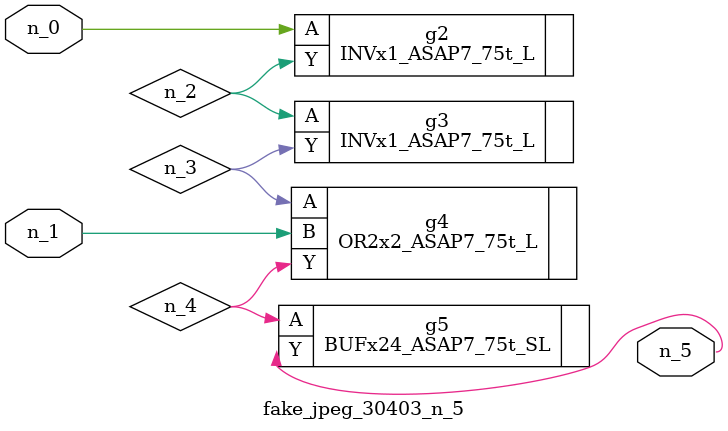
<source format=v>
module fake_jpeg_30403_n_5 (n_0, n_1, n_5);

input n_0;
input n_1;

output n_5;

wire n_3;
wire n_2;
wire n_4;

INVx1_ASAP7_75t_L g2 ( 
.A(n_0),
.Y(n_2)
);

INVx1_ASAP7_75t_L g3 ( 
.A(n_2),
.Y(n_3)
);

OR2x2_ASAP7_75t_L g4 ( 
.A(n_3),
.B(n_1),
.Y(n_4)
);

BUFx24_ASAP7_75t_SL g5 ( 
.A(n_4),
.Y(n_5)
);


endmodule
</source>
